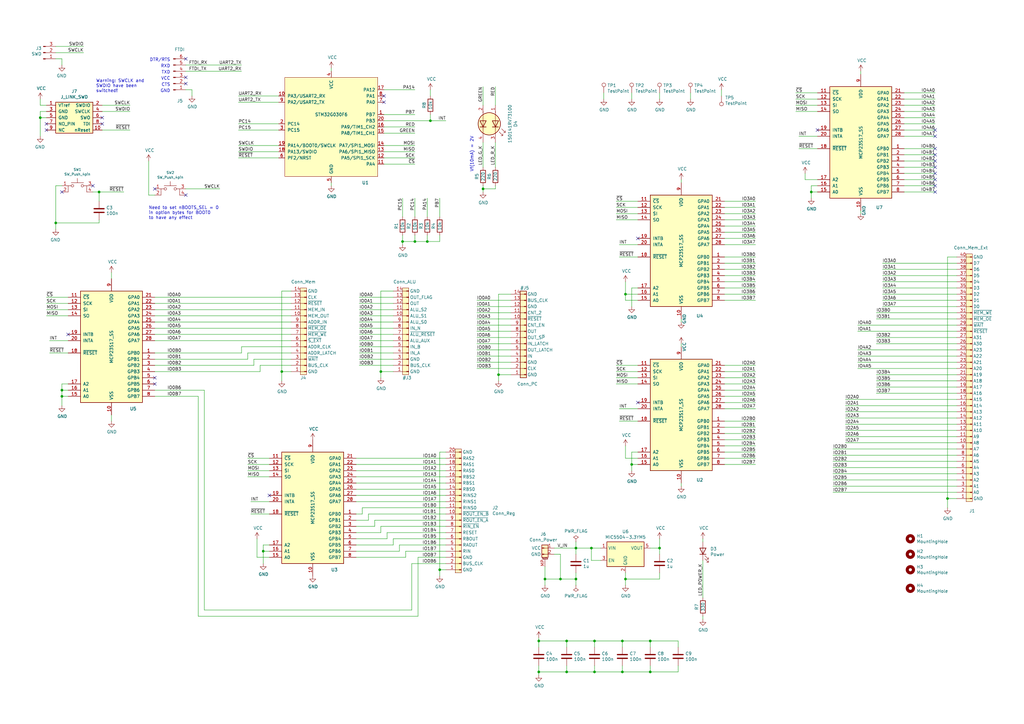
<source format=kicad_sch>
(kicad_sch (version 20211123) (generator eeschema)
  (paper "A3")
  (junction (at 180.34 233.68))
  (junction (at 220.98 262.89))
  (junction (at 170.18 99.06))
  (junction (at 242.57 224.79))
  (junction (at 232.41 275.59))
  (junction (at 255.27 275.59))
  (junction (at 165.1 99.06))
  (junction (at 259.08 190.5))
  (junction (at 22.86 91.44))
  (junction (at 156.21 152.4))
  (junction (at 176.53 49.53))
  (junction (at 388.62 204.47))
  (junction (at 256.54 120.65))
  (junction (at 115.57 152.4))
  (junction (at 255.27 262.89))
  (junction (at 25.4 162.56))
  (junction (at 198.12 77.47))
  (junction (at 243.84 262.89))
  (junction (at 40.64 78.74))
  (junction (at 229.87 237.49))
  (junction (at 107.95 226.06))
  (junction (at 236.22 237.49))
  (junction (at 223.52 237.49))
  (junction (at 220.98 275.59))
  (junction (at 243.84 275.59))
  (junction (at 175.26 99.06))
  (junction (at 332.74 78.74))
  (junction (at 266.7 275.59))
  (junction (at 16.51 48.26))
  (junction (at 266.7 262.89))
  (junction (at 236.22 224.79))
  (junction (at 25.4 160.02))
  (junction (at 232.41 262.89))
  (junction (at 204.47 153.67))
  (junction (at 256.54 237.49))
  (junction (at 270.51 224.79))
  (no_connect (at 41.91 48.26))
  (no_connect (at 261.62 165.1))
  (no_connect (at 383.54 55.88))
  (no_connect (at 383.54 66.04))
  (no_connect (at 383.54 68.58))
  (no_connect (at 383.54 63.5))
  (no_connect (at 383.54 76.2))
  (no_connect (at 19.05 50.8))
  (no_connect (at 41.91 50.8))
  (no_connect (at 157.48 39.37))
  (no_connect (at 335.28 53.34))
  (no_connect (at 76.2 31.75))
  (no_connect (at 63.5 77.47))
  (no_connect (at 383.54 60.96))
  (no_connect (at 25.4 78.74))
  (no_connect (at 383.54 78.74))
  (no_connect (at 383.54 73.66))
  (no_connect (at 19.05 53.34))
  (no_connect (at 38.1 76.2))
  (no_connect (at 63.5 157.48))
  (no_connect (at 157.48 41.91))
  (no_connect (at 27.94 137.16))
  (no_connect (at 76.2 24.13))
  (no_connect (at 383.54 71.12))
  (no_connect (at 76.2 80.01))
  (no_connect (at 110.49 203.2))
  (no_connect (at 63.5 154.94))
  (no_connect (at 76.2 34.29))
  (no_connect (at 383.54 53.34))
  (no_connect (at 261.62 97.79))
  (wire (pts (xy 110.49 228.6) (xy 105.41 228.6)))
  (wire (pts (xy 370.84 40.64) (xy 383.54 40.64)))
  (wire (pts (xy 332.74 76.2) (xy 332.74 78.74)))
  (wire (pts (xy 220.98 273.05) (xy 220.98 275.59)))
  (wire (pts (xy 110.49 210.82) (xy 102.87 210.82)))
  (wire (pts (xy 359.41 128.27) (xy 392.43 128.27)))
  (wire (pts (xy 283.21 38.1) (xy 283.21 40.64)))
  (wire (pts (xy 171.45 228.6) (xy 171.45 252.73)))
  (wire (pts (xy 229.87 237.49) (xy 223.52 237.49)))
  (wire (pts (xy 261.62 185.42) (xy 259.08 185.42)))
  (wire (pts (xy 353.06 86.36) (xy 353.06 87.63)))
  (wire (pts (xy 359.41 158.75) (xy 392.43 158.75)))
  (wire (pts (xy 119.38 127) (xy 63.5 127)))
  (wire (pts (xy 107.95 223.52) (xy 107.95 226.06)))
  (wire (pts (xy 25.4 76.2) (xy 22.86 76.2)))
  (wire (pts (xy 359.41 156.21) (xy 392.43 156.21)))
  (wire (pts (xy 135.89 74.93) (xy 135.89 76.2)))
  (wire (pts (xy 151.13 210.82) (xy 182.88 210.82)))
  (wire (pts (xy 346.71 171.45) (xy 392.43 171.45)))
  (wire (pts (xy 60.96 80.01) (xy 63.5 80.01)))
  (wire (pts (xy 119.38 152.4) (xy 115.57 152.4)))
  (wire (pts (xy 50.8 78.74) (xy 40.64 78.74)))
  (wire (pts (xy 195.58 130.81) (xy 209.55 130.81)))
  (wire (pts (xy 19.05 45.72) (xy 16.51 45.72)))
  (wire (pts (xy 16.51 43.18) (xy 19.05 43.18)))
  (wire (pts (xy 180.34 233.68) (xy 180.34 236.22)))
  (wire (pts (xy 361.95 125.73) (xy 392.43 125.73)))
  (wire (pts (xy 259.08 118.11) (xy 259.08 125.73)))
  (wire (pts (xy 157.48 46.99) (xy 170.18 46.99)))
  (wire (pts (xy 392.43 151.13) (xy 351.79 151.13)))
  (wire (pts (xy 297.18 154.94) (xy 309.88 154.94)))
  (wire (pts (xy 204.47 120.65) (xy 204.47 153.67)))
  (wire (pts (xy 370.84 55.88) (xy 383.54 55.88)))
  (wire (pts (xy 361.95 107.95) (xy 392.43 107.95)))
  (wire (pts (xy 232.41 273.05) (xy 232.41 275.59)))
  (wire (pts (xy 297.18 165.1) (xy 309.88 165.1)))
  (wire (pts (xy 370.84 50.8) (xy 383.54 50.8)))
  (wire (pts (xy 261.62 190.5) (xy 259.08 190.5)))
  (wire (pts (xy 165.1 88.9) (xy 165.1 81.28)))
  (wire (pts (xy 392.43 163.83) (xy 346.71 163.83)))
  (wire (pts (xy 236.22 240.03) (xy 236.22 237.49)))
  (wire (pts (xy 243.84 265.43) (xy 243.84 262.89)))
  (wire (pts (xy 40.64 91.44) (xy 22.86 91.44)))
  (wire (pts (xy 351.79 143.51) (xy 392.43 143.51)))
  (wire (pts (xy 392.43 110.49) (xy 361.95 110.49)))
  (wire (pts (xy 266.7 275.59) (xy 278.13 275.59)))
  (wire (pts (xy 255.27 265.43) (xy 255.27 262.89)))
  (wire (pts (xy 165.1 96.52) (xy 165.1 99.06)))
  (wire (pts (xy 146.05 195.58) (xy 182.88 195.58)))
  (wire (pts (xy 115.57 119.38) (xy 119.38 119.38)))
  (wire (pts (xy 256.54 123.19) (xy 256.54 120.65)))
  (wire (pts (xy 309.88 162.56) (xy 297.18 162.56)))
  (wire (pts (xy 76.2 26.67) (xy 99.06 26.67)))
  (wire (pts (xy 156.21 119.38) (xy 156.21 152.4)))
  (wire (pts (xy 256.54 120.65) (xy 256.54 115.57)))
  (wire (pts (xy 209.55 148.59) (xy 195.58 148.59)))
  (wire (pts (xy 209.55 143.51) (xy 195.58 143.51)))
  (wire (pts (xy 370.84 63.5) (xy 383.54 63.5)))
  (wire (pts (xy 279.4 130.81) (xy 279.4 132.08)))
  (wire (pts (xy 165.1 100.33) (xy 165.1 99.06)))
  (wire (pts (xy 101.6 190.5) (xy 110.49 190.5)))
  (wire (pts (xy 170.18 88.9) (xy 170.18 81.28)))
  (wire (pts (xy 297.18 85.09) (xy 309.88 85.09)))
  (wire (pts (xy 146.05 190.5) (xy 182.88 190.5)))
  (wire (pts (xy 297.18 160.02) (xy 309.88 160.02)))
  (wire (pts (xy 266.7 262.89) (xy 266.7 265.43)))
  (wire (pts (xy 151.13 213.36) (xy 151.13 210.82)))
  (wire (pts (xy 161.29 127) (xy 147.32 127)))
  (wire (pts (xy 383.54 53.34) (xy 370.84 53.34)))
  (wire (pts (xy 309.88 180.34) (xy 297.18 180.34)))
  (wire (pts (xy 198.12 76.2) (xy 198.12 77.47)))
  (wire (pts (xy 158.75 220.98) (xy 146.05 220.98)))
  (wire (pts (xy 163.83 223.52) (xy 163.83 226.06)))
  (wire (pts (xy 110.49 223.52) (xy 107.95 223.52)))
  (wire (pts (xy 261.62 187.96) (xy 256.54 187.96)))
  (wire (pts (xy 261.62 167.64) (xy 254 167.64)))
  (wire (pts (xy 297.18 118.11) (xy 309.88 118.11)))
  (wire (pts (xy 261.62 105.41) (xy 254 105.41)))
  (wire (pts (xy 175.26 99.06) (xy 180.34 99.06)))
  (wire (pts (xy 309.88 87.63) (xy 297.18 87.63)))
  (wire (pts (xy 229.87 227.33) (xy 229.87 237.49)))
  (wire (pts (xy 63.5 149.86) (xy 104.14 149.86)))
  (wire (pts (xy 309.88 157.48) (xy 297.18 157.48)))
  (wire (pts (xy 99.06 142.24) (xy 99.06 144.78)))
  (wire (pts (xy 19.05 124.46) (xy 27.94 124.46)))
  (wire (pts (xy 156.21 218.44) (xy 156.21 215.9)))
  (wire (pts (xy 392.43 146.05) (xy 351.79 146.05)))
  (wire (pts (xy 110.49 226.06) (xy 107.95 226.06)))
  (wire (pts (xy 247.65 38.1) (xy 247.65 40.64)))
  (wire (pts (xy 182.88 193.04) (xy 146.05 193.04)))
  (wire (pts (xy 161.29 223.52) (xy 161.29 220.98)))
  (wire (pts (xy 135.89 27.94) (xy 135.89 29.21)))
  (wire (pts (xy 19.05 121.92) (xy 27.94 121.92)))
  (wire (pts (xy 204.47 153.67) (xy 204.47 156.21)))
  (wire (pts (xy 119.38 149.86) (xy 106.68 149.86)))
  (wire (pts (xy 332.74 78.74) (xy 332.74 81.28)))
  (wire (pts (xy 101.6 193.04) (xy 110.49 193.04)))
  (wire (pts (xy 252.73 154.94) (xy 261.62 154.94)))
  (wire (pts (xy 297.18 113.03) (xy 309.88 113.03)))
  (wire (pts (xy 203.2 68.58) (xy 203.2 58.42)))
  (wire (pts (xy 392.43 173.99) (xy 346.71 173.99)))
  (wire (pts (xy 392.43 135.89) (xy 351.79 135.89)))
  (wire (pts (xy 227.33 227.33) (xy 229.87 227.33)))
  (wire (pts (xy 335.28 55.88) (xy 327.66 55.88)))
  (wire (pts (xy 168.91 250.19) (xy 83.82 250.19)))
  (wire (pts (xy 266.7 275.59) (xy 266.7 273.05)))
  (wire (pts (xy 295.91 36.83) (xy 295.91 39.37)))
  (wire (pts (xy 180.34 185.42) (xy 180.34 233.68)))
  (wire (pts (xy 97.79 64.77) (xy 114.3 64.77)))
  (wire (pts (xy 392.43 115.57) (xy 361.95 115.57)))
  (wire (pts (xy 383.54 60.96) (xy 370.84 60.96)))
  (wire (pts (xy 370.84 45.72) (xy 383.54 45.72)))
  (wire (pts (xy 99.06 142.24) (xy 119.38 142.24)))
  (wire (pts (xy 63.5 129.54) (xy 119.38 129.54)))
  (wire (pts (xy 259.08 185.42) (xy 259.08 190.5)))
  (wire (pts (xy 63.5 147.32) (xy 101.6 147.32)))
  (wire (pts (xy 119.38 137.16) (xy 63.5 137.16)))
  (wire (pts (xy 359.41 130.81) (xy 392.43 130.81)))
  (wire (pts (xy 326.39 38.1) (xy 335.28 38.1)))
  (wire (pts (xy 22.86 91.44) (xy 22.86 93.98)))
  (wire (pts (xy 353.06 29.21) (xy 353.06 30.48)))
  (wire (pts (xy 157.48 62.23) (xy 170.18 62.23)))
  (wire (pts (xy 297.18 95.25) (xy 309.88 95.25)))
  (wire (pts (xy 209.55 153.67) (xy 204.47 153.67)))
  (wire (pts (xy 83.82 160.02) (xy 63.5 160.02)))
  (wire (pts (xy 266.7 224.79) (xy 270.51 224.79)))
  (wire (pts (xy 243.84 275.59) (xy 255.27 275.59)))
  (wire (pts (xy 309.88 120.65) (xy 297.18 120.65)))
  (wire (pts (xy 361.95 113.03) (xy 392.43 113.03)))
  (wire (pts (xy 166.37 226.06) (xy 182.88 226.06)))
  (wire (pts (xy 76.2 36.83) (xy 78.74 36.83)))
  (wire (pts (xy 176.53 49.53) (xy 182.88 49.53)))
  (wire (pts (xy 309.88 185.42) (xy 297.18 185.42)))
  (wire (pts (xy 104.14 149.86) (xy 104.14 147.32)))
  (wire (pts (xy 106.68 149.86) (xy 106.68 152.4)))
  (wire (pts (xy 153.67 213.36) (xy 153.67 215.9)))
  (wire (pts (xy 278.13 262.89) (xy 278.13 265.43)))
  (wire (pts (xy 146.05 223.52) (xy 161.29 223.52)))
  (wire (pts (xy 41.91 43.18) (xy 53.34 43.18)))
  (wire (pts (xy 114.3 62.23) (xy 97.79 62.23)))
  (wire (pts (xy 16.51 40.64) (xy 16.51 43.18)))
  (wire (pts (xy 115.57 152.4) (xy 115.57 156.21)))
  (wire (pts (xy 261.62 120.65) (xy 256.54 120.65)))
  (wire (pts (xy 297.18 187.96) (xy 309.88 187.96)))
  (wire (pts (xy 63.5 139.7) (xy 119.38 139.7)))
  (wire (pts (xy 243.84 273.05) (xy 243.84 275.59)))
  (wire (pts (xy 146.05 213.36) (xy 151.13 213.36)))
  (wire (pts (xy 297.18 182.88) (xy 309.88 182.88)))
  (wire (pts (xy 297.18 123.19) (xy 309.88 123.19)))
  (wire (pts (xy 270.51 237.49) (xy 270.51 234.95)))
  (wire (pts (xy 383.54 66.04) (xy 370.84 66.04)))
  (wire (pts (xy 101.6 144.78) (xy 119.38 144.78)))
  (wire (pts (xy 370.84 73.66) (xy 383.54 73.66)))
  (wire (pts (xy 163.83 226.06) (xy 146.05 226.06)))
  (wire (pts (xy 180.34 88.9) (xy 180.34 81.28)))
  (wire (pts (xy 359.41 140.97) (xy 392.43 140.97)))
  (wire (pts (xy 110.49 205.74) (xy 102.87 205.74)))
  (wire (pts (xy 195.58 146.05) (xy 209.55 146.05)))
  (wire (pts (xy 383.54 43.18) (xy 370.84 43.18)))
  (wire (pts (xy 309.88 190.5) (xy 297.18 190.5)))
  (wire (pts (xy 101.6 147.32) (xy 101.6 144.78)))
  (wire (pts (xy 81.28 162.56) (xy 81.28 252.73)))
  (wire (pts (xy 341.63 186.69) (xy 392.43 186.69)))
  (wire (pts (xy 161.29 220.98) (xy 182.88 220.98)))
  (wire (pts (xy 204.47 120.65) (xy 209.55 120.65)))
  (wire (pts (xy 60.96 66.04) (xy 60.96 80.01)))
  (wire (pts (xy 361.95 120.65) (xy 392.43 120.65)))
  (wire (pts (xy 252.73 85.09) (xy 261.62 85.09)))
  (wire (pts (xy 180.34 99.06) (xy 180.34 96.52)))
  (wire (pts (xy 156.21 215.9) (xy 182.88 215.9)))
  (wire (pts (xy 157.48 59.69) (xy 170.18 59.69)))
  (wire (pts (xy 341.63 199.39) (xy 392.43 199.39)))
  (wire (pts (xy 182.88 218.44) (xy 158.75 218.44)))
  (wire (pts (xy 198.12 68.58) (xy 198.12 58.42)))
  (wire (pts (xy 232.41 265.43) (xy 232.41 262.89)))
  (wire (pts (xy 78.74 36.83) (xy 78.74 39.37)))
  (wire (pts (xy 346.71 179.07) (xy 392.43 179.07)))
  (wire (pts (xy 236.22 222.25) (xy 236.22 224.79)))
  (wire (pts (xy 41.91 45.72) (xy 53.34 45.72)))
  (wire (pts (xy 270.51 220.98) (xy 270.51 224.79)))
  (wire (pts (xy 335.28 60.96) (xy 327.66 60.96)))
  (wire (pts (xy 119.38 121.92) (xy 63.5 121.92)))
  (wire (pts (xy 165.1 99.06) (xy 170.18 99.06)))
  (wire (pts (xy 288.29 220.98) (xy 288.29 222.25)))
  (wire (pts (xy 236.22 237.49) (xy 236.22 234.95)))
  (wire (pts (xy 361.95 118.11) (xy 392.43 118.11)))
  (wire (pts (xy 256.54 234.95) (xy 256.54 237.49)))
  (wire (pts (xy 288.29 229.87) (xy 288.29 245.11)))
  (wire (pts (xy 297.18 177.8) (xy 309.88 177.8)))
  (wire (pts (xy 168.91 231.14) (xy 182.88 231.14)))
  (wire (pts (xy 236.22 224.79) (xy 242.57 224.79)))
  (wire (pts (xy 16.51 45.72) (xy 16.51 48.26)))
  (wire (pts (xy 279.4 198.12) (xy 279.4 199.39)))
  (wire (pts (xy 243.84 262.89) (xy 255.27 262.89)))
  (wire (pts (xy 147.32 129.54) (xy 161.29 129.54)))
  (wire (pts (xy 19.05 48.26) (xy 16.51 48.26)))
  (wire (pts (xy 119.38 132.08) (xy 63.5 132.08)))
  (wire (pts (xy 252.73 149.86) (xy 261.62 149.86)))
  (wire (pts (xy 261.62 172.72) (xy 254 172.72)))
  (wire (pts (xy 166.37 228.6) (xy 166.37 226.06)))
  (wire (pts (xy 45.72 170.18) (xy 45.72 172.72)))
  (wire (pts (xy 198.12 35.56) (xy 198.12 43.18)))
  (wire (pts (xy 252.73 87.63) (xy 261.62 87.63)))
  (wire (pts (xy 176.53 46.99) (xy 176.53 49.53)))
  (wire (pts (xy 346.71 181.61) (xy 392.43 181.61)))
  (wire (pts (xy 330.2 73.66) (xy 335.28 73.66)))
  (wire (pts (xy 147.32 134.62) (xy 161.29 134.62)))
  (wire (pts (xy 359.41 153.67) (xy 392.43 153.67)))
  (wire (pts (xy 25.4 162.56) (xy 25.4 166.37)))
  (wire (pts (xy 16.51 48.26) (xy 16.51 55.88)))
  (wire (pts (xy 198.12 77.47) (xy 198.12 78.74)))
  (wire (pts (xy 330.2 71.12) (xy 330.2 73.66)))
  (wire (pts (xy 156.21 119.38) (xy 161.29 119.38)))
  (wire (pts (xy 261.62 118.11) (xy 259.08 118.11)))
  (wire (pts (xy 252.73 152.4) (xy 261.62 152.4)))
  (wire (pts (xy 309.88 97.79) (xy 297.18 97.79)))
  (wire (pts (xy 309.88 115.57) (xy 297.18 115.57)))
  (wire (pts (xy 27.94 157.48) (xy 25.4 157.48)))
  (wire (pts (xy 157.48 49.53) (xy 176.53 49.53)))
  (wire (pts (xy 182.88 228.6) (xy 171.45 228.6)))
  (wire (pts (xy 195.58 151.13) (xy 209.55 151.13)))
  (wire (pts (xy 309.88 82.55) (xy 297.18 82.55)))
  (wire (pts (xy 242.57 224.79) (xy 242.57 229.87)))
  (wire (pts (xy 297.18 149.86) (xy 309.88 149.86)))
  (wire (pts (xy 279.4 142.24) (xy 279.4 140.97)))
  (wire (pts (xy 63.5 144.78) (xy 99.06 144.78)))
  (wire (pts (xy 209.55 138.43) (xy 195.58 138.43)))
  (wire (pts (xy 97.79 59.69) (xy 114.3 59.69)))
  (wire (pts (xy 223.52 237.49) (xy 223.52 240.03)))
  (wire (pts (xy 209.55 123.19) (xy 195.58 123.19)))
  (wire (pts (xy 25.4 24.13) (xy 25.4 26.67)))
  (wire (pts (xy 22.86 21.59) (xy 34.29 21.59)))
  (wire (pts (xy 383.54 76.2) (xy 370.84 76.2)))
  (wire (pts (xy 40.64 78.74) (xy 38.1 78.74)))
  (wire (pts (xy 83.82 250.19) (xy 83.82 160.02)))
  (wire (pts (xy 22.86 24.13) (xy 25.4 24.13)))
  (wire (pts (xy 326.39 43.18) (xy 335.28 43.18)))
  (wire (pts (xy 359.41 138.43) (xy 392.43 138.43)))
  (wire (pts (xy 170.18 96.52) (xy 170.18 99.06)))
  (wire (pts (xy 182.88 233.68) (xy 180.34 233.68)))
  (wire (pts (xy 341.63 189.23) (xy 392.43 189.23)))
  (wire (pts (xy 256.54 237.49) (xy 270.51 237.49)))
  (wire (pts (xy 114.3 41.91) (xy 97.79 41.91)))
  (wire (pts (xy 361.95 123.19) (xy 392.43 123.19)))
  (wire (pts (xy 105.41 228.6) (xy 105.41 220.98)))
  (wire (pts (xy 156.21 152.4) (xy 156.21 154.94)))
  (wire (pts (xy 252.73 157.48) (xy 261.62 157.48)))
  (wire (pts (xy 297.18 90.17) (xy 309.88 90.17)))
  (wire (pts (xy 259.08 190.5) (xy 259.08 193.04)))
  (wire (pts (xy 175.26 88.9) (xy 175.26 81.28)))
  (wire (pts (xy 236.22 224.79) (xy 236.22 227.33)))
  (wire (pts (xy 270.51 38.1) (xy 270.51 40.64)))
  (wire (pts (xy 146.05 228.6) (xy 166.37 228.6)))
  (wire (pts (xy 261.62 100.33) (xy 254 100.33)))
  (wire (pts (xy 147.32 124.46) (xy 161.29 124.46)))
  (wire (pts (xy 288.29 252.73) (xy 288.29 254)))
  (wire (pts (xy 157.48 54.61) (xy 170.18 54.61)))
  (wire (pts (xy 242.57 229.87) (xy 246.38 229.87)))
  (wire (pts (xy 341.63 194.31) (xy 392.43 194.31)))
  (wire (pts (xy 341.63 191.77) (xy 392.43 191.77)))
  (wire (pts (xy 182.88 208.28) (xy 148.59 208.28)))
  (wire (pts (xy 309.88 105.41) (xy 297.18 105.41)))
  (wire (pts (xy 182.88 198.12) (xy 146.05 198.12)))
  (wire (pts (xy 309.88 167.64) (xy 297.18 167.64)))
  (wire (pts (xy 161.29 132.08) (xy 147.32 132.08)))
  (wire (pts (xy 195.58 135.89) (xy 209.55 135.89)))
  (wire (pts (xy 203.2 35.56) (xy 203.2 43.18)))
  (wire (pts (xy 148.59 208.28) (xy 148.59 210.82)))
  (wire (pts (xy 309.88 110.49) (xy 297.18 110.49)))
  (wire (pts (xy 27.94 160.02) (xy 25.4 160.02)))
  (wire (pts (xy 346.71 166.37) (xy 392.43 166.37)))
  (wire (pts (xy 22.86 19.05) (xy 34.29 19.05)))
  (wire (pts (xy 392.43 176.53) (xy 346.71 176.53)))
  (wire (pts (xy 168.91 231.14) (xy 168.91 250.19)))
  (wire (pts (xy 53.34 53.34) (xy 41.91 53.34)))
  (wire (pts (xy 161.29 152.4) (xy 156.21 152.4)))
  (wire (pts (xy 261.62 123.19) (xy 256.54 123.19)))
  (wire (pts (xy 309.88 92.71) (xy 297.18 92.71)))
  (wire (pts (xy 25.4 157.48) (xy 25.4 160.02)))
  (wire (pts (xy 359.41 161.29) (xy 392.43 161.29)))
  (wire (pts (xy 351.79 133.35) (xy 392.43 133.35)))
  (wire (pts (xy 182.88 187.96) (xy 146.05 187.96)))
  (wire (pts (xy 81.28 252.73) (xy 171.45 252.73)))
  (wire (pts (xy 351.79 148.59) (xy 392.43 148.59)))
  (wire (pts (xy 266.7 262.89) (xy 278.13 262.89)))
  (wire (pts (xy 146.05 205.74) (xy 182.88 205.74)))
  (wire (pts (xy 182.88 213.36) (xy 153.67 213.36)))
  (wire (pts (xy 175.26 96.52) (xy 175.26 99.06)))
  (wire (pts (xy 209.55 133.35) (xy 195.58 133.35)))
  (wire (pts (xy 220.98 261.62) (xy 220.98 262.89)))
  (wire (pts (xy 106.68 152.4) (xy 63.5 152.4)))
  (wire (pts (xy 101.6 187.96) (xy 110.49 187.96)))
  (wire (pts (xy 242.57 224.79) (xy 246.38 224.79)))
  (wire (pts (xy 90.17 77.47) (xy 76.2 77.47)))
  (wire (pts (xy 220.98 265.43) (xy 220.98 262.89)))
  (wire (pts (xy 383.54 38.1) (xy 370.84 38.1)))
  (wire (pts (xy 383.54 48.26) (xy 370.84 48.26)))
  (wire (pts (xy 170.18 67.31) (xy 157.48 67.31)))
  (wire (pts (xy 232.41 275.59) (xy 243.84 275.59)))
  (wire (pts (xy 203.2 77.47) (xy 198.12 77.47)))
  (wire (pts (xy 227.33 224.79) (xy 236.22 224.79)))
  (wire (pts (xy 232.41 262.89) (xy 243.84 262.89)))
  (wire (pts (xy 326.39 40.64) (xy 335.28 40.64)))
  (wire (pts (xy 182.88 223.52) (xy 163.83 223.52)))
  (wire (pts (xy 76.2 29.21) (xy 99.06 29.21)))
  (wire (pts (xy 114.3 50.8) (xy 97.79 50.8)))
  (wire (pts (xy 146.05 200.66) (xy 182.88 200.66)))
  (wire (pts (xy 383.54 71.12) (xy 370.84 71.12)))
  (wire (pts (xy 297.18 107.95) (xy 309.88 107.95)))
  (wire (pts (xy 388.62 204.47) (xy 388.62 105.41)))
  (wire (pts (xy 392.43 168.91) (xy 346.71 168.91)))
  (wire (pts (xy 161.29 147.32) (xy 147.32 147.32)))
  (wire (pts (xy 19.05 129.54) (xy 27.94 129.54)))
  (wire (pts (xy 63.5 124.46) (xy 119.38 124.46)))
  (wire (pts (xy 309.88 175.26) (xy 297.18 175.26)))
  (wire (pts (xy 40.64 90.17) (xy 40.64 91.44)))
  (wire (pts (xy 170.18 64.77) (xy 157.48 64.77)))
  (wire (pts (xy 256.54 237.49) (xy 256.54 240.03)))
  (wire (pts (xy 147.32 144.78) (xy 161.29 144.78)))
  (wire (pts (xy 170.18 36.83) (xy 157.48 36.83)))
  (wire (pts (xy 147.32 149.86) (xy 161.29 149.86)))
  (wire (pts (xy 252.73 82.55) (xy 261.62 82.55)))
  (wire (pts (xy 341.63 201.93) (xy 392.43 201.93)))
  (wire (pts (xy 182.88 203.2) (xy 146.05 203.2)))
  (wire (pts (xy 170.18 52.07) (xy 157.48 52.07)))
  (wire (pts (xy 97.79 53.34) (xy 114.3 53.34)))
  (wire (pts (xy 255.27 262.89) (xy 266.7 262.89)))
  (wire (pts (xy 255.27 275.59) (xy 266.7 275.59)))
  (wire (pts (xy 220.98 262.89) (xy 232.41 262.89)))
  (wire (pts (xy 279.4 73.66) (xy 279.4 74.93)))
  (wire (pts (xy 147.32 139.7) (xy 161.29 139.7)))
  (wire (pts (xy 104.14 147.32) (xy 119.38 147.32)))
  (wire (pts (xy 256.54 187.96) (xy 256.54 182.88)))
  (wire (pts (xy 270.51 224.79) (xy 270.51 227.33)))
  (wire (pts (xy 309.88 152.4) (xy 297.18 152.4)))
  (wire (pts (xy 326.39 45.72) (xy 335.28 45.72)))
  (wire (pts (xy 297.18 100.33) (xy 309.88 100.33)))
  (wire (pts (xy 209.55 128.27) (xy 195.58 128.27)))
  (wire (pts (xy 203.2 76.2) (xy 203.2 77.47)))
  (wire (pts (xy 392.43 204.47) (xy 388.62 204.47)))
  (wire (pts (xy 195.58 125.73) (xy 209.55 125.73)))
  (wire (pts (xy 153.67 215.9) (xy 146.05 215.9)))
  (wire (pts (xy 22.86 76.2) (xy 22.86 91.44)))
  (wire (pts (xy 341.63 184.15) (xy 392.43 184.15)))
  (wire (pts (xy 278.13 275.59) (xy 278.13 273.05)))
  (wire (pts (xy 176.53 36.83) (xy 176.53 39.37)))
  (wire (pts (xy 27.94 144.78) (xy 20.32 144.78)))
  (wire (pts (xy 148.59 210.82) (xy 146.05 210.82)))
  (wire (pts (xy 335.28 76.2) (xy 332.74 76.2)))
  (wire (pts (xy 170.18 99.06) (xy 175.26 99.06)))
  (wire (pts (xy 182.88 185.42) (xy 180.34 185.42)))
  (wire (pts (xy 107.95 226.06) (xy 107.95 231.14)))
  (wire (pts (xy 158.75 218.44) (xy 158.75 220.98)))
  (wire (pts (xy 101.6 195.58) (xy 110.49 195.58)))
  (wire (pts (xy 195.58 140.97) (xy 209.55 140.97)))
  (wire (pts (xy 223.52 237.49) (xy 223.52 232.41)))
  (wire (pts (xy 259.08 38.1) (xy 259.08 40.64)))
  (wire (pts (xy 45.72 111.76) (xy 45.72 114.3)))
  (wire (pts (xy 335.28 78.74) (xy 332.74 78.74)))
  (wire (pts (xy 229.87 237.49) (xy 236.22 237.49)))
  (wire (pts (xy 146.05 218.44) (xy 156.21 218.44)))
  (wire (pts (xy 115.57 152.4) (xy 115.57 119.38)))
  (wire (pts (xy 25.4 160.02) (xy 25.4 162.56)))
  (wire (pts (xy 161.29 137.16) (xy 147.32 137.16)))
  (wire (pts (xy 255.27 273.05) (xy 255.27 275.59)))
  (wire (pts (xy 252.73 90.17) (xy 261.62 90.17)))
  (wire (pts (xy 370.84 78.74) (xy 383.54 78.74)))
  (wire (pts (xy 27.94 139.7) (xy 20.32 139.7)))
  (wire (pts (xy 220.98 275.59) (xy 232.41 275.59)))
  (wire (pts (xy 341.63 196.85) (xy 392.43 196.85)))
  (wire (pts (xy 161.29 142.24) (xy 147.32 142.24)))
  (wire (pts (xy 27.94 162.56) (xy 25.4 162.56)))
  (wire (pts (xy 161.29 121.92) (xy 147.32 121.92)))
  (wire (pts (xy 63.5 162.56) (xy 81.28 162.56)))
  (wire (pts (xy 63.5 134.62) (xy 119.38 134.62)))
  (wire (pts (xy 220.98 276.86) (xy 220.98 275.59)))
  (wire (pts (xy 40.64 82.55) (xy 40.64 78.74)))
  (wire (pts (xy 370.84 68.58) (xy 383.54 68.58)))
  (wire (pts (xy 297.18 172.72) (xy 309.88 172.72)))
  (wire (pts (xy 114.3 39.37) (xy 97.79 39.37)))
  (wire (pts (xy 388.62 204.47) (xy 388.62 208.28)))
  (wire (pts (xy 19.05 127) (xy 27.94 127)))
  (wire (pts (xy 388.62 105.41) (xy 392.43 105.41)))
  (text "TXD" (at 69.85 30.48 180) (effects (font (size 1.27 1.27)) (justify right bottom)))
  (text "VCC" (at 69.85 33.02 180) (effects (font (size 1.27 1.27)) (justify right bottom)))
  (text "Need to set nBOOTS_SEL = 0\nin option bytes for BOOT0\nto have any effect" (at 60.96 90.17 0) (effects (font (size 1.27 1.27)) (justify left bottom)))
  (text "RXD" (at 69.85 27.94 180) (effects (font (size 1.27 1.27)) (justify right bottom)))
  (text "Warning: SWCLK and\nSWDIO have been\nswitched!" (at 39.37 38.1 0) (effects (font (size 1.27 1.27)) (justify left bottom)))
  (text "DTR/RTS" (at 69.85 25.4 180) (effects (font (size 1.27 1.27)) (justify right bottom)))
  (text "CTS" (at 69.85 35.56 180) (effects (font (size 1.27 1.27)) (justify right bottom)))
  (text "Vf(10mA) = 2V" (at 194.31 55.88 270) (effects (font (size 1.27 1.27)) (justify right bottom)))
  (text "GND" (at 69.85 38.1 180) (effects (font (size 1.27 1.27)) (justify right bottom)))
  (label "SWCLK" (at 53.34 43.18 180))
  (label "IO3B6" (at 359.41 158.75 0))
  (label "IO3B0" (at 359.41 128.27 0))
  (label "MISO" (at 170.18 62.23 180))
  (label "IO4B4" (at 383.54 71.12 180))
  (label "IO2B3" (at 341.63 191.77 0))
  (label "INT" (at 254 167.64 0))
  (label "~{CS}" (at 326.39 38.1 0))
  (label "IO3B7" (at 359.41 161.29 0))
  (label "IO3A3" (at 361.95 115.57 0))
  (label "IO0B6" (at 179.07 231.14 180))
  (label "IO3A5" (at 361.95 120.65 0))
  (label "IO0B7" (at 68.58 162.56 0))
  (label "MOSI" (at 19.05 127 0))
  (label "MISO" (at 252.73 157.48 0))
  (label "IO3A2" (at 361.95 113.03 0))
  (label "IO0A4" (at 195.58 133.35 0))
  (label "IO2A3" (at 309.88 157.48 180))
  (label "IO4B3" (at 383.54 68.58 180))
  (label "SWDIO" (at 97.79 62.23 0))
  (label "IO0A6" (at 195.58 138.43 0))
  (label "IO0B1" (at 195.58 146.05 0))
  (label "RED" (at 170.18 52.07 180))
  (label "RED" (at 203.2 35.56 270))
  (label "IO2B6" (at 341.63 199.39 0))
  (label "IO3A3" (at 309.88 90.17 180))
  (label "IO4A3" (at 351.79 146.05 0))
  (label "IO4A7" (at 383.54 55.88 180))
  (label "IO3A4" (at 309.88 92.71 180))
  (label "IO1B0" (at 179.07 208.28 180))
  (label "IO0B3" (at 147.32 149.86 0))
  (label "LED_POWER_K" (at 288.29 231.14 270))
  (label "IO3B5" (at 309.88 118.11 180))
  (label "IO3A2" (at 309.88 87.63 180))
  (label "MISO" (at 101.6 195.58 0))
  (label "MISO" (at 252.73 90.17 0))
  (label "IO0B0" (at 68.58 144.78 0))
  (label "MOSI" (at 252.73 154.94 0))
  (label "IO4A0" (at 383.54 38.1 180))
  (label "SCK" (at 101.6 190.5 0))
  (label "IO0B0" (at 195.58 143.51 0))
  (label "IO1A4" (at 179.07 198.12 180))
  (label "INT" (at 182.88 49.53 180))
  (label "INT" (at 254 100.33 0))
  (label "IO1A0" (at 179.07 187.96 180))
  (label "IO4B7" (at 383.54 78.74 180))
  (label "IO1B2" (at 179.07 213.36 180))
  (label "IO0A7" (at 147.32 139.7 0))
  (label "IO2B3" (at 309.88 180.34 180))
  (label "IO2B0" (at 309.88 172.72 180))
  (label "MISO" (at 19.05 129.54 0))
  (label "IO4A5" (at 383.54 50.8 180))
  (label "IO2A5" (at 309.88 162.56 180))
  (label "IO3A6" (at 361.95 123.19 0))
  (label "~{RESET}" (at 254 105.41 0))
  (label "IO4A1" (at 351.79 135.89 0))
  (label "IO3B2" (at 359.41 138.43 0))
  (label "IO2B1" (at 341.63 186.69 0))
  (label "IO2A5" (at 346.71 176.53 0))
  (label "IO0B6" (at 68.58 160.02 0))
  (label "IO3B3" (at 309.88 113.03 180))
  (label "~{CS}" (at 170.18 67.31 180))
  (label "IO0A3" (at 147.32 129.54 0))
  (label "IO0B3" (at 68.58 152.4 0))
  (label "UART2_RX" (at 97.79 39.37 0))
  (label "IO0B0" (at 147.32 142.24 0))
  (label "IO2A7" (at 309.88 167.64 180))
  (label "IO1B1" (at 179.07 210.82 180))
  (label "IO2A0" (at 346.71 163.83 0))
  (label "INT" (at 102.87 205.74 0))
  (label "IO2B0" (at 341.63 184.15 0))
  (label "SWCLK" (at 34.29 21.59 180))
  (label "IO3B3" (at 359.41 140.97 0))
  (label "IO1B7" (at 179.07 226.06 180))
  (label "SCK" (at 252.73 85.09 0))
  (label "PC14" (at 170.18 81.28 270))
  (label "IO3A7" (at 309.88 100.33 180))
  (label "IO3A7" (at 361.95 125.73 0))
  (label "IO4A0" (at 351.79 133.35 0))
  (label "IO2B1" (at 309.88 175.26 180))
  (label "~{CS}" (at 252.73 82.55 0))
  (label "IO2A4" (at 346.71 173.99 0))
  (label "~{RESET}" (at 97.79 64.77 0))
  (label "IO1A6" (at 179.07 203.2 180))
  (label "IO1B6" (at 179.07 223.52 180))
  (label "IO0B3" (at 195.58 151.13 0))
  (label "IO2A4" (at 309.88 160.02 180))
  (label "~{RESET}" (at 50.8 78.74 180))
  (label "IO4B1" (at 383.54 63.5 180))
  (label "~{RESET}" (at 20.32 144.78 0))
  (label "~{CS}" (at 19.05 121.92 0))
  (label "IO3B4" (at 359.41 153.67 0))
  (label "PC15" (at 165.1 81.28 270))
  (label "IO0A6" (at 68.58 137.16 0))
  (label "IO0A0" (at 147.32 121.92 0))
  (label "~{RESET}" (at 254 172.72 0))
  (label "IO0A3" (at 195.58 130.81 0))
  (label "IO0A4" (at 68.58 132.08 0))
  (label "IO1A1" (at 179.07 190.5 180))
  (label "IO0A1" (at 147.32 124.46 0))
  (label "IO3B6" (at 309.88 120.65 180))
  (label "SCK" (at 170.18 64.77 180))
  (label "MOSI" (at 170.18 59.69 180))
  (label "IO0B7" (at 179.07 228.6 180))
  (label "PA14" (at 175.26 81.28 270))
  (label "IO4A2" (at 383.54 43.18 180))
  (label "IO0A2" (at 68.58 127 0))
  (label "IO3A6" (at 309.88 97.79 180))
  (label "IO1A5" (at 179.07 200.66 180))
  (label "IO0A1" (at 68.58 124.46 0))
  (label "MOSI" (at 101.6 193.04 0))
  (label "IO1B4" (at 179.07 218.44 180))
  (label "IO2A6" (at 346.71 179.07 0))
  (label "IO2A2" (at 309.88 154.94 180))
  (label "IO0B2" (at 195.58 148.59 0))
  (label "UART2_TX" (at 99.06 26.67 180))
  (label "IO2B6" (at 309.88 187.96 180))
  (label "IO3B1" (at 359.41 130.81 0))
  (label "IO0A7" (at 68.58 139.7 0))
  (label "IO2B4" (at 341.63 194.31 0))
  (label "IO0A5" (at 68.58 134.62 0))
  (label "IO2A1" (at 346.71 166.37 0))
  (label "PC14" (at 97.79 50.8 0))
  (label "IO0A4" (at 147.32 132.08 0))
  (label "IO2B7" (at 309.88 190.5 180))
  (label "IO3A4" (at 361.95 118.11 0))
  (label "IO2A0" (at 309.88 149.86 180))
  (label "FTDI_TX" (at 77.47 29.21 0))
  (label "PC15" (at 97.79 53.34 0))
  (label "INT" (at 327.66 55.88 0))
  (label "~{CS}" (at 101.6 187.96 0))
  (label "IO3A0" (at 361.95 107.95 0))
  (label "PB7" (at 180.34 81.28 270))
  (label "IO0A6" (at 147.32 137.16 0))
  (label "~{RESET}" (at 102.87 210.82 0))
  (label "IO4A6" (at 383.54 53.34 180))
  (label "INT" (at 20.32 139.7 0))
  (label "MISO" (at 326.39 45.72 0))
  (label "IO4B2" (at 383.54 66.04 180))
  (label "IO3A1" (at 309.88 85.09 180))
  (label "~{RESET}" (at 327.66 60.96 0))
  (label "IO3B5" (at 359.41 156.21 0))
  (label "IO4A1" (at 383.54 40.64 180))
  (label "IO4A5" (at 351.79 151.13 0))
  (label "IO3B0" (at 309.88 105.41 180))
  (label "IO1B3" (at 179.07 215.9 180))
  (label "IO0A5" (at 195.58 135.89 0))
  (label "IO3A1" (at 361.95 110.49 0))
  (label "IO1A3" (at 179.07 195.58 180))
  (label "PA14" (at 170.18 36.83 180))
  (label "IO0A0" (at 68.58 121.92 0))
  (label "IO0A1" (at 195.58 125.73 0))
  (label "UART2_TX" (at 97.79 41.91 0))
  (label "IO2A3" (at 346.71 171.45 0))
  (label "~{CS}" (at 252.73 149.86 0))
  (label "~{RESET}" (at 53.34 53.34 180))
  (label "IO0B1" (at 147.32 144.78 0))
  (label "IO0A3" (at 68.58 129.54 0))
  (label "SWCLK" (at 90.17 77.47 180))
  (label "IO3B7" (at 309.88 123.19 180))
  (label "GREEN" (at 198.12 35.56 270))
  (label "FTDI_RX" (at 77.47 26.67 0))
  (label "SWCLK" (at 97.79 59.69 0))
  (label "IO4B5" (at 383.54 73.66 180))
  (label "IO2B2" (at 309.88 177.8 180))
  (label "IO2A2" (at 346.71 168.91 0))
  (label "SCK" (at 326.39 40.64 0))
  (label "IO3B2" (at 309.88 110.49 180))
  (label "LED_R_K" (at 203.2 59.69 270))
  (label "SWDIO" (at 34.29 19.05 180))
  (label "LED_G_K" (at 198.12 59.69 270))
  (label "IO1A7" (at 179.07 205.74 180))
  (label "GREEN" (at 170.18 54.61 180))
  (label "IO4B6" (at 383.54 76.2 180))
  (label "MOSI" (at 326.39 43.18 0))
  (label "SWDIO" (at 53.34 45.72 180))
  (label "IO0A5" (at 147.32 134.62 0))
  (label "IO2A7" (at 346.71 181.61 0))
  (label "UART2_RX" (at 99.06 29.21 180))
  (label "IO0A2" (at 147.32 127 0))
  (label "IO4B0" (at 383.54 60.96 180))
  (label "IO3B4" (at 309.88 115.57 180))
  (label "IO2A6" (at 309.88 165.1 180))
  (label "SCK" (at 252.73 152.4 0))
  (label "IO4A3" (at 383.54 45.72 180))
  (label "IO0B2" (at 68.58 149.86 0))
  (label "IO2B5" (at 309.88 185.42 180))
  (label "IO3A5" (at 309.88 95.25 180))
  (label "IO2B2" (at 341.63 189.23 0))
  (label "MOSI" (at 252.73 87.63 0))
  (label "IO0A2" (at 195.58 128.27 0))
  (label "IO2A1" (at 309.88 152.4 180))
  (label "IO2B7" (at 341.63 201.93 0))
  (label "IO0A7" (at 195.58 140.97 0))
  (label "IO4A4" (at 383.54 48.26 180))
  (label "IO3A0" (at 309.88 82.55 180))
  (label "IO2B5" (at 341.63 196.85 0))
  (label "PB7" (at 170.18 46.99 180))
  (label "IO0B1" (at 68.58 147.32 0))
  (label "SCK" (at 19.05 124.46 0))
  (label "IO4A2" (at 351.79 143.51 0))
  (label "V_IN" (at 228.6 224.79 0))
  (label "IO0B2" (at 147.32 147.32 0))
  (label "IO3B1" (at 309.88 107.95 180))
  (label "IO1B5" (at 179.07 220.98 180))
  (label "IO4A4" (at 351.79 148.59 0))
  (label "IO0A0" (at 195.58 123.19 0))
  (label "IO2B4" (at 309.88 182.88 180))
  (label "IO1A2" (at 179.07 193.04 180))
  (symbol (lib_id "riscv-serial:Conn_ALU") (at 167.64 134.62 0) (mirror y) (unit 1)
    (property "Reference" "#J3" (at 165.1 154.94 0) (effects (justify right)))
    (property "Value" "Conn_ALU" (at 161.29 115.57 0) (effects (justify right)))
    (property "Footprint" "Connector_IDC:IDC-Header_2x07_P2.54mm_Vertical" (effects hide))
  )
  (symbol (lib_id "riscv-serial:Conn_Mem") (at 125.73 134.62 0) (mirror y) (unit 1)
    (property "Reference" "J4" (at 123.19 154.94 0) (effects (justify right)))
    (property "Value" "Conn_Mem" (at 119.38 115.57 0) (effects (justify right)))
    (property "Footprint" "Connector_IDC:IDC-Header_2x07_P2.54mm_Vertical" (effects hide))
  )
  (symbol (lib_id "riscv-serial:Conn_Reg") (at 189.23 208.28 0) (mirror y) (unit 1)
    (property "Reference" "J2" (at 201.9046 208.2546 0) (effects (justify right)))
    (property "Value" "Conn_Reg" (at 201.9046 210.566 0) (effects (justify right)))
    (property "Footprint" "Connector_IDC:IDC-Header_2x10_P2.54mm_Vertical" (effects hide))
  )
  (symbol (lib_id "riscv-serial:Conn_Mem_Ext") (at 398.78 153.67 0) (mirror y) (unit 1)
    (property "Reference" "J1" (at 397.51 209.55 0) (effects (justify right)))
    (property "Value" "Conn_Mem_Ext" (at 391.16 101.6 0) (effects (justify right)))
    (property "Footprint" "Connector_IDC:IDC-Header_2x20_P2.54mm_Vertical" (effects hide))
  )
  (symbol (lib_id "power:GND") (at 135.89 76.2 0) (unit 1)
    (property "Reference" "#PWR?" (effects hide))
    (property "Value" "GND" (at 136.017 80.5942 0))
  )
  (symbol (lib_id "power:VCC") (at 135.89 27.94 0) (unit 1)
    (property "Reference" "#PWR?" (effects hide))
    (property "Value" "VCC" (at 136.3218 23.5458 0))
  )
  (symbol (lib_id "power:GND") (at 115.57 156.21 0) (unit 1)
    (property "Reference" "#PWR?" (effects hide))
    (property "Value" "GND" (at 115.697 160.6042 0))
  )
  (symbol (lib_id "power:GND") (at 156.21 154.94 0) (unit 1)
    (property "Reference" "#PWR?" (effects hide))
    (property "Value" "GND" (at 156.337 159.3342 0))
  )
  (symbol (lib_id "power:GND") (at 180.34 236.22 0) (unit 1)
    (property "Reference" "#PWR?" (effects hide))
    (property "Value" "GND" (at 180.467 240.6142 0))
  )
  (symbol (lib_id "power:GND") (at 388.62 208.28 0) (unit 1)
    (property "Reference" "#PWR?" (effects hide))
    (property "Value" "GND" (at 388.747 212.6742 0))
  )
  (symbol (lib_id "riscv-serial:Conn_PC") (at 213.36 137.16 180) (unit 1)
    (property "Reference" "#J5" (at 213.36 118.11 0) (effects (justify right)))
    (property "Value" "Conn_PC" (at 212.09 157.48 0) (effects (justify right)))
    (property "Footprint" "Connector_IDC:IDC-Header_2x07_P2.54mm_Vertical" (effects hide))
  )
  (symbol (lib_id "power:GND") (at 204.47 156.21 0) (unit 1)
    (property "Reference" "#PWR?" (effects hide))
    (property "Value" "GND" (at 204.597 160.6042 0))
  )
  (symbol (lib_id "Device:LED") (at 288.29 226.06 90) (unit 1)
    (property "Reference" "D3" (at 291.2872 225.0948 90) (effects (justify right)))
    (property "Value" "Power" (at 291.2872 227.4062 90) (effects (justify right)))
    (property "Footprint" "LED_SMD:LED_0805_2012Metric_Pad1.15x1.40mm_HandSolder" (effects hide))
  )
  (symbol (lib_id "Device:LED_Dual_AACC") (at 200.66 50.8 270) (unit 1)
    (property "Reference" "D4" (at 211.455 50.8 0))
    (property "Value" "150141RV73100" (at 209.1436 50.8 0))
    (property "Footprint" "riscv-serial:Wurth WL-SBTW" (effects hide))
    (property "Datasheet" "https://www.mouser.se/datasheet/2/445/150141RV73100-1715932.pdf" (effects hide))
  )
  (symbol (lib_id "riscv-serial:MCP23S17_SS") (at 279.4 170.18 0) (unit 1)
    (property "Reference" "U2" (at 287.02 196.85 0))
    (property "Value" "MCP23S17_SS" (at 279.4 170.18 90))
    (property "Footprint" "Package_SO:SSOP-28_5.3x10.2mm_P0.65mm" (effects hide))
    (property "Datasheet" "http://ww1.microchip.com/downloads/en/DeviceDoc/20001952C.pdf" (effects hide))
  )
  (symbol (lib_id "riscv-serial:MCP23S17_SS") (at 128.27 208.28 0) (unit 1)
    (property "Reference" "U3" (at 137.16 233.68 0))
    (property "Value" "MCP23S17_SS" (at 128.27 208.28 90))
    (property "Footprint" "Package_SO:SSOP-28_5.3x10.2mm_P0.65mm" (effects hide))
    (property "Datasheet" "http://ww1.microchip.com/downloads/en/DeviceDoc/20001952C.pdf" (effects hide))
  )
  (symbol (lib_id "riscv-serial:MCP23S17_SS") (at 279.4 102.87 0) (unit 1)
    (property "Reference" "U4" (at 287.02 129.54 0))
    (property "Value" "MCP23S17_SS" (at 279.4 102.87 90))
    (property "Footprint" "Package_SO:SSOP-28_5.3x10.2mm_P0.65mm" (effects hide))
    (property "Datasheet" "http://ww1.microchip.com/downloads/en/DeviceDoc/20001952C.pdf" (effects hide))
  )
  (symbol (lib_id "riscv-serial:STM32G030F6") (at 135.89 52.07 0) (unit 1)
    (property "Reference" "U1" (at 149.86 74.93 0))
    (property "Value" "STM32G030F6" (at 135.89 46.99 0))
    (property "Footprint" "Package_SO:TSSOP-20_4.4x6.5mm_P0.65mm" (effects hide))
  )
  (symbol (lib_id "Device:R") (at 175.26 92.71 180) (unit 1)
    (property "Reference" "R3" (at 172.72 92.71 90))
    (property "Value" "10k" (at 175.26 92.71 90))
    (property "Footprint" "Resistor_SMD:R_0805_2012Metric_Pad1.15x1.40mm_HandSolder" (effects hide))
  )
  (symbol (lib_id "Device:R") (at 180.34 92.71 180) (unit 1)
    (property "Reference" "R4" (at 177.8 92.71 90))
    (property "Value" "10k" (at 180.34 92.71 90))
    (property "Footprint" "Resistor_SMD:R_0805_2012Metric_Pad1.15x1.40mm_HandSolder" (effects hide))
  )
  (symbol (lib_id "power:GND") (at 279.4 132.08 0) (unit 1)
    (property "Reference" "#PWR?" (effects hide))
    (property "Value" "GND" (at 280.67 130.81 90))
  )
  (symbol (lib_id "power:GND") (at 279.4 199.39 0) (unit 1)
    (property "Reference" "#PWR?" (effects hide))
    (property "Value" "GND" (at 279.527 203.7842 0))
  )
  (symbol (lib_id "power:GND") (at 128.27 236.22 0) (unit 1)
    (property "Reference" "#PWR?" (effects hide))
    (property "Value" "GND" (at 128.397 240.6142 0))
  )
  (symbol (lib_id "power:VCC") (at 279.4 73.66 0) (unit 1)
    (property "Reference" "#PWR?" (effects hide))
    (property "Value" "VCC" (at 279.8318 69.2658 0))
  )
  (symbol (lib_id "power:VCC") (at 279.4 140.97 0) (unit 1)
    (property "Reference" "#PWR?" (effects hide))
    (property "Value" "VCC" (at 280.67 142.24 90))
  )
  (symbol (lib_id "power:VCC") (at 128.27 180.34 0) (unit 1)
    (property "Reference" "#PWR?" (effects hide))
    (property "Value" "VCC" (at 128.7018 175.9458 0))
  )
  (symbol (lib_id "riscv-serial:MCP23S17_SS") (at 45.72 142.24 0) (unit 1)
    (property "Reference" "U5" (at 54.61 167.64 0))
    (property "Value" "MCP23S17_SS" (at 45.72 142.24 90))
    (property "Footprint" "Package_SO:SSOP-28_5.3x10.2mm_P0.65mm" (effects hide))
    (property "Datasheet" "http://ww1.microchip.com/downloads/en/DeviceDoc/20001952C.pdf" (effects hide))
  )
  (symbol (lib_id "power:GND") (at 45.72 172.72 0) (unit 1)
    (property "Reference" "#PWR?" (effects hide))
    (property "Value" "GND" (at 45.847 177.1142 0))
  )
  (symbol (lib_id "power:VCC") (at 45.72 111.76 0) (unit 1)
    (property "Reference" "#PWR?" (effects hide))
    (property "Value" "VCC" (at 46.1518 107.3658 0))
  )
  (symbol (lib_id "Device:R") (at 165.1 92.71 180) (unit 1)
    (property "Reference" "R1" (at 162.56 92.71 90))
    (property "Value" "10k" (at 165.1 92.71 90))
    (property "Footprint" "Resistor_SMD:R_0805_2012Metric_Pad1.15x1.40mm_HandSolder" (effects hide))
  )
  (symbol (lib_id "Device:R") (at 170.18 92.71 180) (unit 1)
    (property "Reference" "R2" (at 167.64 92.71 90))
    (property "Value" "10k" (at 170.18 92.71 90))
    (property "Footprint" "Resistor_SMD:R_0805_2012Metric_Pad1.15x1.40mm_HandSolder" (effects hide))
  )
  (symbol (lib_id "Device:R") (at 176.53 43.18 180) (unit 1)
    (property "Reference" "R8" (at 173.99 43.18 90))
    (property "Value" "10k" (at 176.53 43.18 90))
    (property "Footprint" "Resistor_SMD:R_0805_2012Metric_Pad1.15x1.40mm_HandSolder" (effects hide))
  )
  (symbol (lib_id "power:VCC") (at 176.53 36.83 0) (unit 1)
    (property "Reference" "#PWR?" (effects hide))
    (property "Value" "VCC" (at 176.9618 32.4358 0))
  )
  (symbol (lib_id "power:GND") (at 165.1 100.33 0) (unit 1)
    (property "Reference" "#PWR?" (effects hide))
    (property "Value" "GND" (at 165.227 104.7242 0))
  )
  (symbol (lib_id "Connector:TestPoint") (at 247.65 38.1 0) (unit 1)
    (property "Reference" "TP1" (at 249.1232 35.052 0) (effects (justify left)))
    (property "Value" "TestPoint" (at 249.1232 37.3634 0) (effects (justify left)))
    (property "Footprint" "TestPoint:TestPoint_THTPad_D2.0mm_Drill1.0mm" (effects hide))
  )
  (symbol (lib_id "power:GND") (at 247.65 40.64 0) (unit 1)
    (property "Reference" "#PWR?" (effects hide))
    (property "Value" "GND" (at 247.777 45.0342 0))
  )
  (symbol (lib_id "Connector:TestPoint") (at 259.08 38.1 0) (unit 1)
    (property "Reference" "TP2" (at 260.5532 35.052 0) (effects (justify left)))
    (property "Value" "TestPoint" (at 260.5532 37.3634 0) (effects (justify left)))
    (property "Footprint" "TestPoint:TestPoint_THTPad_D2.0mm_Drill1.0mm" (effects hide))
  )
  (symbol (lib_id "power:GND") (at 259.08 40.64 0) (unit 1)
    (property "Reference" "#PWR?" (effects hide))
    (property "Value" "GND" (at 259.207 45.0342 0))
  )
  (symbol (lib_id "Connector:TestPoint") (at 270.51 38.1 0) (unit 1)
    (property "Reference" "TP3" (at 271.9832 35.052 0) (effects (justify left)))
    (property "Value" "TestPoint" (at 271.9832 37.3634 0) (effects (justify left)))
    (property "Footprint" "TestPoint:TestPoint_THTPad_D2.0mm_Drill1.0mm" (effects hide))
  )
  (symbol (lib_id "power:GND") (at 270.51 40.64 0) (unit 1)
    (property "Reference" "#PWR?" (effects hide))
    (property "Value" "GND" (at 270.637 45.0342 0))
  )
  (symbol (lib_id "Connector:TestPoint") (at 283.21 38.1 0) (unit 1)
    (property "Reference" "TP4" (at 284.6832 35.052 0) (effects (justify left)))
    (property "Value" "TestPoint" (at 284.6832 37.3634 0) (effects (justify left)))
    (property "Footprint" "TestPoint:TestPoint_THTPad_D2.0mm_Drill1.0mm" (effects hide))
  )
  (symbol (lib_id "power:GND") (at 283.21 40.64 0) (unit 1)
    (property "Reference" "#PWR?" (effects hide))
    (property "Value" "GND" (at 283.337 45.0342 0))
  )
  (symbol (lib_id "Connector:TestPoint") (at 295.91 39.37 180) (unit 1)
    (property "Reference" "TP5" (at 297.3832 40.0558 0) (effects (justify right)))
    (property "Value" "TestPoint" (at 297.3832 42.3672 0) (effects (justify right)))
    (property "Footprint" "TestPoint:TestPoint_Pad_2.0x2.0mm" (effects hide))
  )
  (symbol (lib_id "power:VCC") (at 295.91 36.83 0) (unit 1)
    (property "Reference" "#PWR?" (effects hide))
    (property "Value" "VCC" (at 296.3418 32.4358 0))
  )
  (symbol (lib_id "Connector:Conn_01x03_Male") (at 17.78 21.59 0) (mirror x) (unit 1)
    (property "Reference" "J3" (at 17.0688 19.812 0) (effects (justify right)))
    (property "Value" "SWD" (at 17.0688 22.1234 0) (effects (justify right)))
    (property "Footprint" "Connector_PinHeader_2.54mm:PinHeader_1x03_P2.54mm_Vertical" (effects hide))
  )
  (symbol (lib_id "power:GND") (at 25.4 26.67 0) (mirror y) (unit 1)
    (property "Reference" "#PWR?" (effects hide))
    (property "Value" "GND" (at 25.273 31.0642 0))
  )
  (symbol (lib_id "Connector:Conn_01x06_Male") (at 71.12 31.75 0) (mirror x) (unit 1)
    (property "Reference" "J5" (at 73.8124 41.3512 0))
    (property "Value" "FTDI" (at 73.66 20.32 0))
    (property "Footprint" "Connector_PinHeader_2.54mm:PinHeader_1x06_P2.54mm_Vertical" (effects hide))
  )
  (symbol (lib_id "riscv-serial:J_LINK_SWD") (at 30.48 48.26 0) (unit 1)
    (property "Reference" "J7" (at 30.48 37.465 0))
    (property "Value" "J_LINK_SWD" (at 30.48 39.7764 0))
    (property "Footprint" "Connector_PinHeader_1.27mm:PinHeader_2x05_P1.27mm_Vertical_SMD" (effects hide))
  )
  (symbol (lib_id "power:GND") (at 78.74 39.37 0) (unit 1)
    (property "Reference" "#PWR?" (effects hide))
    (property "Value" "GND" (at 78.867 43.7642 0))
  )
  (symbol (lib_id "riscv-serial:Conn_Power") (at 223.52 226.06 0) (unit 1)
    (property "Reference" "J6" (at 222.8342 219.075 0))
    (property "Value" "Conn_Power" (at 222.8342 221.3864 0))
    (property "Footprint" "Connector_JST:JST_PH_S2B-PH-SM4-TB_1x02-1MP_P2.00mm_Horizontal" (effects hide))
  )
  (symbol (lib_id "power:GND") (at 223.52 240.03 0) (unit 1)
    (property "Reference" "#PWR?" (effects hide))
    (property "Value" "GND" (at 223.647 244.4242 0))
  )
  (symbol (lib_id "power:VCC") (at 16.51 40.64 0) (unit 1)
    (property "Reference" "#PWR?" (effects hide))
    (property "Value" "VCC" (at 16.9418 36.2458 0))
  )
  (symbol (lib_id "Regulator_Linear:MIC5504-3.3YM5") (at 256.54 227.33 0) (unit 1)
    (property "Reference" "U6" (at 256.54 218.0082 0))
    (property "Value" "MIC5504-3.3YM5" (at 256.54 220.3196 0))
    (property "Footprint" "Package_TO_SOT_SMD:SOT-23-5_HandSoldering" (effects hide))
    (property "Datasheet" "http://ww1.microchip.com/downloads/en/DeviceDoc/MIC550X.pdf" (effects hide))
  )
  (symbol (lib_id "Device:C") (at 236.22 231.14 0) (unit 1)
    (property "Reference" "C1" (at 239.141 229.9716 0) (effects (justify left)))
    (property "Value" "1u" (at 239.141 232.283 0) (effects (justify left)))
    (property "Footprint" "Capacitor_SMD:C_0805_2012Metric_Pad1.15x1.40mm_HandSolder" (effects hide))
  )
  (symbol (lib_id "Device:C") (at 270.51 231.14 0) (unit 1)
    (property "Reference" "C2" (at 273.431 229.9716 0) (effects (justify left)))
    (property "Value" "1u" (at 273.431 232.283 0) (effects (justify left)))
    (property "Footprint" "Capacitor_SMD:C_0805_2012Metric_Pad1.15x1.40mm_HandSolder" (effects hide))
  )
  (symbol (lib_id "power:GND") (at 256.54 240.03 0) (unit 1)
    (property "Reference" "#PWR?" (effects hide))
    (property "Value" "GND" (at 256.667 244.4242 0))
  )
  (symbol (lib_id "power:VCC") (at 270.51 220.98 0) (unit 1)
    (property "Reference" "#PWR?" (effects hide))
    (property "Value" "VCC" (at 270.9418 216.5858 0))
  )
  (symbol (lib_id "power:PWR_FLAG") (at 236.22 222.25 0) (unit 1)
    (property "Reference" "#FLG?" (effects hide))
    (property "Value" "PWR_FLAG" (at 236.22 217.8304 0))
  )
  (symbol (lib_id "power:GND") (at 16.51 55.88 0) (mirror y) (unit 1)
    (property "Reference" "#PWR?" (effects hide))
    (property "Value" "GND" (at 16.383 60.2742 0))
  )
  (symbol (lib_id "power:PWR_FLAG") (at 236.22 240.03 180) (unit 1)
    (property "Reference" "#FLG?" (effects hide))
    (property "Value" "PWR_FLAG" (at 236.22 244.4242 0))
  )
  (symbol (lib_id "power:GND") (at 25.4 166.37 0) (unit 1)
    (property "Reference" "#PWR?" (effects hide))
    (property "Value" "GND" (at 25.527 170.7642 0))
  )
  (symbol (lib_id "power:GND") (at 107.95 231.14 0) (unit 1)
    (property "Reference" "#PWR?" (effects hide))
    (property "Value" "GND" (at 108.077 235.5342 0))
  )
  (symbol (lib_id "power:VCC") (at 105.41 220.98 0) (unit 1)
    (property "Reference" "#PWR?" (effects hide))
    (property "Value" "VCC" (at 105.8418 216.5858 0))
  )
  (symbol (lib_id "power:GND") (at 259.08 193.04 0) (unit 1)
    (property "Reference" "#PWR?" (effects hide))
    (property "Value" "GND" (at 259.207 197.4342 0))
  )
  (symbol (lib_id "power:VCC") (at 256.54 182.88 0) (unit 1)
    (property "Reference" "#PWR?" (effects hide))
    (property "Value" "VCC" (at 256.9718 178.4858 0))
  )
  (symbol (lib_id "power:GND") (at 259.08 125.73 0) (unit 1)
    (property "Reference" "#PWR?" (effects hide))
    (property "Value" "GND" (at 259.207 130.1242 0))
  )
  (symbol (lib_id "power:VCC") (at 256.54 115.57 0) (unit 1)
    (property "Reference" "#PWR?" (effects hide))
    (property "Value" "VCC" (at 256.9718 111.1758 0))
  )
  (symbol (lib_id "power:GND") (at 353.06 87.63 0) (unit 1)
    (property "Reference" "#PWR?" (effects hide))
    (property "Value" "GND" (at 354.33 86.36 90))
  )
  (symbol (lib_id "power:VCC") (at 353.06 29.21 0) (unit 1)
    (property "Reference" "#PWR?" (effects hide))
    (property "Value" "VCC" (at 353.4918 24.8158 0))
  )
  (symbol (lib_id "riscv-serial:MCP23S17_SS") (at 353.06 58.42 0) (unit 1)
    (property "Reference" "U7" (at 360.68 85.09 0))
    (property "Value" "MCP23S17_SS" (at 353.06 58.42 90))
    (property "Footprint" "Package_SO:SSOP-28_5.3x10.2mm_P0.65mm" (effects hide))
    (property "Datasheet" "http://ww1.microchip.com/downloads/en/DeviceDoc/20001952C.pdf" (effects hide))
  )
  (symbol (lib_id "power:GND") (at 332.74 81.28 0) (unit 1)
    (property "Reference" "#PWR?" (effects hide))
    (property "Value" "GND" (at 332.867 85.6742 0))
  )
  (symbol (lib_id "power:VCC") (at 330.2 71.12 0) (unit 1)
    (property "Reference" "#PWR?" (effects hide))
    (property "Value" "VCC" (at 330.6318 66.7258 0))
  )
  (symbol (lib_id "Device:R") (at 288.29 248.92 180) (unit 1)
    (property "Reference" "R7" (at 285.75 248.92 90))
    (property "Value" "330" (at 288.29 248.92 90))
    (property "Footprint" "Resistor_SMD:R_0805_2012Metric_Pad1.15x1.40mm_HandSolder" (effects hide))
  )
  (symbol (lib_id "power:GND") (at 288.29 254 0) (unit 1)
    (property "Reference" "#PWR?" (effects hide))
    (property "Value" "GND" (at 288.417 258.3942 0))
  )
  (symbol (lib_id "power:VCC") (at 288.29 220.98 0) (unit 1)
    (property "Reference" "#PWR?" (effects hide))
    (property "Value" "VCC" (at 288.7218 216.5858 0))
  )
  (symbol (lib_id "Device:R") (at 198.12 72.39 180) (unit 1)
    (property "Reference" "R5" (at 195.58 72.39 90))
    (property "Value" "220" (at 198.12 72.39 90))
    (property "Footprint" "Resistor_SMD:R_0805_2012Metric_Pad1.15x1.40mm_HandSolder" (effects hide))
  )
  (symbol (lib_id "power:GND") (at 198.12 78.74 0) (unit 1)
    (property "Reference" "#PWR?" (effects hide))
    (property "Value" "GND" (at 198.247 83.1342 0))
  )
  (symbol (lib_id "Device:R") (at 203.2 72.39 180) (unit 1)
    (property "Reference" "R6" (at 200.66 72.39 90))
    (property "Value" "220" (at 203.2 72.39 90))
    (property "Footprint" "Resistor_SMD:R_0805_2012Metric_Pad1.15x1.40mm_HandSolder" (effects hide))
  )
  (symbol (lib_id "Device:C") (at 278.13 269.24 0) (unit 1)
    (property "Reference" "C9" (at 281.051 268.0716 0) (effects (justify left)))
    (property "Value" "100n" (at 281.051 270.383 0) (effects (justify left)))
    (property "Footprint" "Capacitor_SMD:C_0805_2012Metric_Pad1.15x1.40mm_HandSolder" (effects hide))
  )
  (symbol (lib_id "power:GND") (at 22.86 93.98 0) (mirror y) (unit 1)
    (property "Reference" "#PWR?" (effects hide))
    (property "Value" "GND" (at 22.733 98.3742 0))
  )
  (symbol (lib_id "Device:C") (at 40.64 86.36 0) (unit 1)
    (property "Reference" "C3" (at 43.561 85.1916 0) (effects (justify left)))
    (property "Value" "100n" (at 43.561 87.503 0) (effects (justify left)))
    (property "Footprint" "Capacitor_SMD:C_0805_2012Metric_Pad1.15x1.40mm_HandSolder" (effects hide))
  )
  (symbol (lib_id "riscv-serial:SW_Push_4pin") (at 31.75 76.2 0) (unit 1)
    (property "Reference" "SW1" (at 31.75 69.5452 0) (effects (font (size 1.016 1.016))))
    (property "Value" "SW_Push_4pin" (at 31.75 71.4756 0) (effects (font (size 1.016 1.016))))
    (property "Footprint" "riscv-serial:SW_SPST_DTSM-6" (effects hide))
  )
  (symbol (lib_id "riscv-serial:SW_Push_4pin") (at 69.85 77.47 0) (unit 1)
    (property "Reference" "SW2" (at 69.85 70.8152 0) (effects (font (size 1.016 1.016))))
    (property "Value" "SW_Push_4pin" (at 69.85 72.7456 0) (effects (font (size 1.016 1.016))))
    (property "Footprint" "riscv-serial:SW_SPST_DTSM-6" (effects hide))
  )
  (symbol (lib_id "power:VCC") (at 60.96 66.04 0) (unit 1)
    (property "Reference" "#PWR?" (effects hide))
    (property "Value" "VCC" (at 61.3918 61.6458 0))
  )
  (symbol (lib_id "Mechanical:MountingHole") (at 373.38 220.98 0) (unit 1)
    (property "Reference" "H1" (at 375.92 219.8116 0) (effects (justify left)))
    (property "Value" "MountingHole" (at 375.92 222.123 0) (effects (justify left)))
    (property "Footprint" "MountingHole:MountingHole_3.2mm_M3" (effects hide))
  )
  (symbol (lib_id "Mechanical:MountingHole") (at 373.38 227.33 0) (unit 1)
    (property "Reference" "H2" (at 375.92 226.1616 0) (effects (justify left)))
    (property "Value" "MountingHole" (at 375.92 228.473 0) (effects (justify left)))
    (property "Footprint" "MountingHole:MountingHole_3.2mm_M3" (effects hide))
  )
  (symbol (lib_id "Mechanical:MountingHole") (at 373.38 233.68 0) (unit 1)
    (property "Reference" "H3" (at 375.92 232.5116 0) (effects (justify left)))
    (property "Value" "MountingHole" (at 375.92 234.823 0) (effects (justify left)))
    (property "Footprint" "MountingHole:MountingHole_3.2mm_M3" (effects hide))
  )
  (symbol (lib_id "Mechanical:MountingHole") (at 373.38 241.3 0) (unit 1)
    (property "Reference" "H4" (at 375.92 240.1316 0) (effects (justify left)))
    (property "Value" "MountingHole" (at 375.92 242.443 0) (effects (justify left)))
    (property "Footprint" "MountingHole:MountingHole_3.2mm_M3" (effects hide))
  )
  (symbol (lib_id "Device:C") (at 220.98 269.24 0) (unit 1)
    (property "Reference" "C4" (at 223.901 268.0716 0) (effects (justify left)))
    (property "Value" "100n" (at 223.901 270.383 0) (effects (justify left)))
    (property "Footprint" "Capacitor_SMD:C_0805_2012Metric_Pad1.15x1.40mm_HandSolder" (effects hide))
  )
  (symbol (lib_id "Device:C") (at 232.41 269.24 0) (unit 1)
    (property "Reference" "C5" (at 235.331 268.0716 0) (effects (justify left)))
    (property "Value" "100n" (at 235.331 270.383 0) (effects (justify left)))
    (property "Footprint" "Capacitor_SMD:C_0805_2012Metric_Pad1.15x1.40mm_HandSolder" (effects hide))
  )
  (symbol (lib_id "Device:C") (at 243.84 269.24 0) (unit 1)
    (property "Reference" "C6" (at 246.761 268.0716 0) (effects (justify left)))
    (property "Value" "100n" (at 246.761 270.383 0) (effects (justify left)))
    (property "Footprint" "Capacitor_SMD:C_0805_2012Metric_Pad1.15x1.40mm_HandSolder" (effects hide))
  )
  (symbol (lib_id "Device:C") (at 255.27 269.24 0) (unit 1)
    (property "Reference" "C7" (at 258.191 268.0716 0) (effects (justify left)))
    (property "Value" "100n" (at 258.191 270.383 0) (effects (justify left)))
    (property "Footprint" "Capacitor_SMD:C_0805_2012Metric_Pad1.15x1.40mm_HandSolder" (effects hide))
  )
  (symbol (lib_id "Device:C") (at 266.7 269.24 0) (unit 1)
    (property "Reference" "C8" (at 269.621 268.0716 0) (effects (justify left)))
    (property "Value" "100n" (at 269.621 270.383 0) (effects (justify left)))
    (property "Footprint" "Capacitor_SMD:C_0805_2012Metric_Pad1.15x1.40mm_HandSolder" (effects hide))
  )
  (symbol (lib_id "power:VCC") (at 220.98 261.62 0) (unit 1)
    (property "Reference" "#PWR?" (effects hide))
    (property "Value" "VCC" (at 221.4118 257.2258 0))
  )
  (symbol (lib_id "power:GND") (at 220.98 276.86 0) (unit 1)
    (property "Reference" "#PWR?" (effects hide))
    (property "Value" "GND" (at 221.107 281.2542 0))
  )
)
</source>
